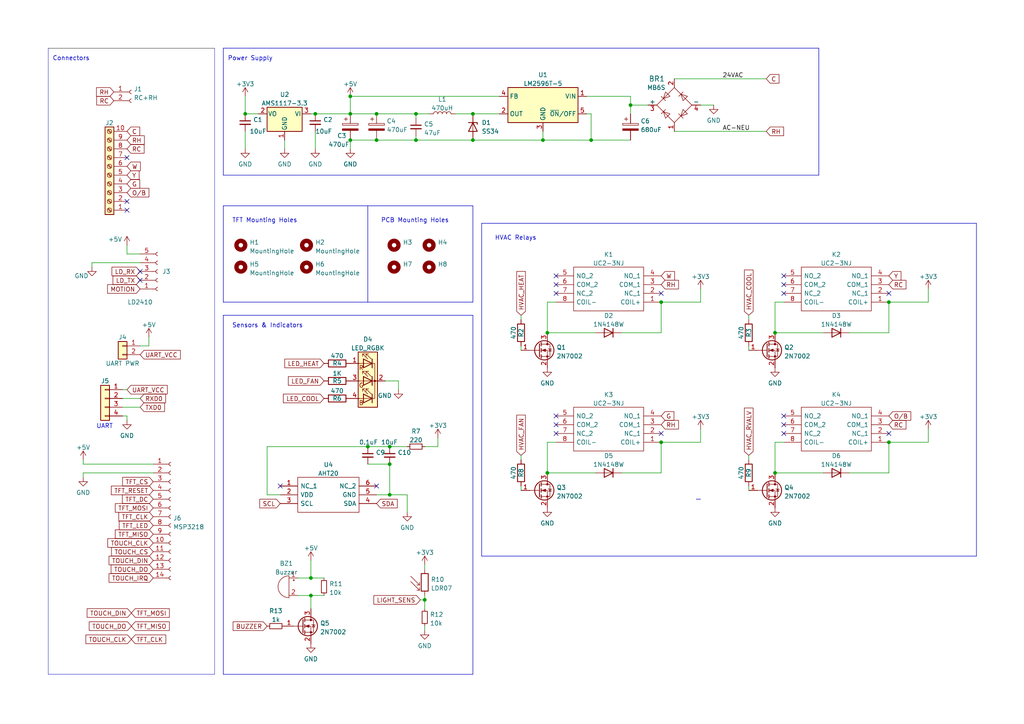
<source format=kicad_sch>
(kicad_sch (version 20211123) (generator eeschema)
  (paper "A4")
  (title_block (title "Smart Thermostat") (date "2023-07-05") (rev "0.5.2") (company "Steve Meisner") (comment 1 "steve@meisners.net") (comment 2 "(C) 2023 Steven Meisner "))
  (junction (at 113.03 129.54))
  (junction (at 330.2 82.55))
  (junction (at 191.77 87.63))
  (junction (at 182.88 30.48))
  (junction (at 113.03 143.51))
  (junction (at 90.17 167.64))
  (junction (at 336.55 82.55))
  (junction (at 101.6 40.64))
  (junction (at 257.81 87.63))
  (junction (at 318.77 99.06))
  (junction (at 137.16 40.64))
  (junction (at 157.48 40.64))
  (junction (at 171.45 40.64))
  (junction (at 90.17 172.72))
  (junction (at 123.19 173.99))
  (junction (at 158.75 96.52))
  (junction (at 109.22 40.64))
  (junction (at 330.2 87.63))
  (junction (at 158.75 137.16))
  (junction (at 224.79 96.52))
  (junction (at 109.22 33.02))
  (junction (at 101.6 27.94))
  (junction (at 120.65 33.02))
  (junction (at 120.65 40.64))
  (junction (at 113.03 134.62))
  (junction (at 224.79 137.16))
  (junction (at 257.81 128.27))
  (junction (at 101.6 33.02))
  (junction (at 191.77 128.27))
  (junction (at 71.12 33.02))
  (junction (at 106.68 129.54))
  (junction (at 137.16 33.02))
  (junction (at 91.44 33.02))
  (no_connect (at 191.77 125.73))
  (no_connect (at 161.29 120.65))
  (no_connect (at 36.83 58.42))
  (no_connect (at 36.83 60.96))
  (no_connect (at 109.22 140.97))
  (no_connect (at 81.28 140.97))
  (no_connect (at 227.33 80.01))
  (no_connect (at 161.29 82.55))
  (no_connect (at 161.29 125.73))
  (no_connect (at 227.33 123.19))
  (no_connect (at 191.77 85.09))
  (no_connect (at 161.29 85.09))
  (no_connect (at 227.33 125.73))
  (no_connect (at 161.29 80.01))
  (no_connect (at 227.33 120.65))
  (no_connect (at 257.81 125.73))
  (no_connect (at 227.33 85.09))
  (no_connect (at 227.33 82.55))
  (no_connect (at 161.29 123.19))
  (no_connect (at 257.81 85.09))
  (no_connect (at 40.64 78.74))
  (no_connect (at 40.64 81.28))
  (no_connect (at 36.83 45.72))
  (wire (pts (xy 90.17 33.02) (xy 91.44 33.02)))
  (wire (pts (xy 161.29 87.63) (xy 158.75 87.63)))
  (wire (pts (xy 330.2 82.55) (xy 336.55 82.55)))
  (wire (pts (xy 101.6 33.02) (xy 101.6 27.94)))
  (wire (pts (xy 203.2 30.48) (xy 207.01 30.48)))
  (wire (pts (xy 74.93 33.02) (xy 71.12 33.02)))
  (wire (pts (xy 191.77 96.52) (xy 180.34 96.52)))
  (wire (pts (xy 269.24 87.63) (xy 257.81 87.63)))
  (wire (pts (xy 123.19 129.54) (xy 127 129.54)))
  (wire (pts (xy 224.79 128.27) (xy 224.79 137.16)))
  (wire (pts (xy 90.17 167.64) (xy 93.98 167.64)))
  (wire (pts (xy 151.13 132.08) (xy 151.13 133.35)))
  (polyline (pts (xy 237.49 13.97) (xy 237.49 50.8)) (stroke (width 0) (type solid)))
  (wire (pts (xy 106.68 134.62) (xy 113.03 134.62)))
  (wire (pts (xy 26.67 77.47) (xy 26.67 76.2)))
  (wire (pts (xy 90.17 172.72) (xy 90.17 176.53)))
  (wire (pts (xy 101.6 40.64) (xy 101.6 43.18)))
  (wire (pts (xy 157.48 40.64) (xy 171.45 40.64)))
  (polyline (pts (xy 64.77 87.63) (xy 137.16 87.63)) (stroke (width 0) (type solid)))
  (wire (pts (xy 318.77 82.55) (xy 330.2 82.55)))
  (wire (pts (xy 109.22 40.64) (xy 120.65 40.64)))
  (polyline (pts (xy 64.77 13.97) (xy 64.77 50.8)) (stroke (width 0) (type solid)))
  (wire (pts (xy 113.03 134.62) (xy 113.03 143.51)))
  (wire (pts (xy 24.13 133.35) (xy 24.13 134.62)))
  (wire (pts (xy 71.12 38.1) (xy 71.12 43.18)))
  (wire (pts (xy 113.03 129.54) (xy 118.11 129.54)))
  (wire (pts (xy 269.24 124.46) (xy 269.24 128.27)))
  (wire (pts (xy 171.45 40.64) (xy 182.88 40.64)))
  (wire (pts (xy 24.13 137.16) (xy 44.45 137.16)))
  (wire (pts (xy 330.2 99.06) (xy 318.77 99.06)))
  (wire (pts (xy 203.2 87.63) (xy 191.77 87.63)))
  (wire (pts (xy 172.72 96.52) (xy 158.75 96.52)))
  (wire (pts (xy 35.56 115.57) (xy 40.64 115.57)))
  (wire (pts (xy 330.2 87.63) (xy 336.55 87.63)))
  (wire (pts (xy 336.55 82.55) (xy 341.63 82.55)))
  (wire (pts (xy 123.19 172.72) (xy 123.19 173.99)))
  (wire (pts (xy 36.83 120.65) (xy 36.83 121.92)))
  (wire (pts (xy 24.13 138.43) (xy 24.13 137.16)))
  (wire (pts (xy 195.58 22.86) (xy 222.25 22.86)))
  (wire (pts (xy 269.24 128.27) (xy 257.81 128.27)))
  (wire (pts (xy 172.72 137.16) (xy 158.75 137.16)))
  (wire (pts (xy 77.47 143.51) (xy 81.28 143.51)))
  (wire (pts (xy 170.18 33.02) (xy 171.45 33.02)))
  (wire (pts (xy 257.81 96.52) (xy 246.38 96.52)))
  (polyline (pts (xy 237.49 50.8) (xy 64.77 50.8)) (stroke (width 0) (type solid)))
  (wire (pts (xy 120.65 33.02) (xy 120.65 34.29)))
  (wire (pts (xy 238.76 137.16) (xy 224.79 137.16)))
  (wire (pts (xy 269.24 83.82) (xy 269.24 87.63)))
  (wire (pts (xy 171.45 33.02) (xy 171.45 40.64)))
  (wire (pts (xy 101.6 27.94) (xy 144.78 27.94)))
  (wire (pts (xy 86.36 172.72) (xy 90.17 172.72)))
  (wire (pts (xy 227.33 87.63) (xy 224.79 87.63)))
  (polyline (pts (xy 64.77 195.58) (xy 137.16 195.58)) (stroke (width 0) (type solid)))
  (polyline (pts (xy 218.44 64.77) (xy 283.21 64.77)) (stroke (width 0) (type solid)))
  (wire (pts (xy 346.71 82.55) (xy 350.52 82.55)))
  (wire (pts (xy 158.75 87.63) (xy 158.75 96.52)))
  (polyline (pts (xy 13.97 13.97) (xy 13.97 195.58)) (stroke (width 0.1) (type solid)))
  (wire (pts (xy 182.88 30.48) (xy 182.88 33.02)))
  (wire (pts (xy 203.2 124.46) (xy 203.2 128.27)))
  (wire (pts (xy 90.17 167.64) (xy 86.36 167.64)))
  (polyline (pts (xy 64.77 13.97) (xy 237.49 13.97)) (stroke (width 0) (type solid)))
  (wire (pts (xy 111.76 110.49) (xy 115.57 110.49)))
  (wire (pts (xy 43.18 100.33) (xy 40.64 100.33)))
  (wire (pts (xy 120.65 40.64) (xy 137.16 40.64)))
  (polyline (pts (xy 139.7 64.77) (xy 218.44 64.77)) (stroke (width 0) (type solid)))
  (wire (pts (xy 191.77 137.16) (xy 180.34 137.16)))
  (wire (pts (xy 91.44 33.02) (xy 101.6 33.02)))
  (wire (pts (xy 137.16 40.64) (xy 157.48 40.64)))
  (wire (pts (xy 35.56 118.11) (xy 40.64 118.11)))
  (wire (pts (xy 35.56 120.65) (xy 36.83 120.65)))
  (wire (pts (xy 203.2 128.27) (xy 191.77 128.27)))
  (wire (pts (xy 203.2 83.82) (xy 203.2 87.63)))
  (wire (pts (xy 191.77 128.27) (xy 191.77 137.16)))
  (wire (pts (xy 217.17 100.33) (xy 217.17 101.6)))
  (wire (pts (xy 151.13 91.44) (xy 151.13 92.71)))
  (wire (pts (xy 35.56 113.03) (xy 36.83 113.03)))
  (wire (pts (xy 158.75 128.27) (xy 158.75 137.16)))
  (wire (pts (xy 217.17 132.08) (xy 217.17 133.35)))
  (polyline (pts (xy 283.21 64.77) (xy 283.21 161.29)) (stroke (width 0) (type solid)))
  (wire (pts (xy 90.17 162.56) (xy 90.17 167.64)))
  (wire (pts (xy 120.65 39.37) (xy 120.65 40.64)))
  (polyline (pts (xy 62.23 195.58) (xy 13.97 195.58)) (stroke (width 0.1) (type solid)))
  (wire (pts (xy 24.13 134.62) (xy 44.45 134.62)))
  (polyline (pts (xy 64.77 91.44) (xy 64.77 195.58)) (stroke (width 0) (type solid)))
  (polyline (pts (xy 64.77 59.69) (xy 64.77 87.63)) (stroke (width 0) (type solid)))
  (wire (pts (xy 257.81 137.16) (xy 246.38 137.16)))
  (wire (pts (xy 91.44 38.1) (xy 91.44 43.18)))
  (wire (pts (xy 26.67 76.2) (xy 40.64 76.2)))
  (wire (pts (xy 43.18 97.79) (xy 43.18 100.33)))
  (wire (pts (xy 90.17 172.72) (xy 93.98 172.72)))
  (polyline (pts (xy 139.7 161.29) (xy 283.21 161.29)) (stroke (width 0) (type solid)))
  (wire (pts (xy 170.18 27.94) (xy 182.88 27.94)))
  (wire (pts (xy 182.88 30.48) (xy 187.96 30.48)))
  (wire (pts (xy 257.81 87.63) (xy 257.81 96.52)))
  (wire (pts (xy 257.81 128.27) (xy 257.81 137.16)))
  (wire (pts (xy 113.03 143.51) (xy 109.22 143.51)))
  (wire (pts (xy 120.65 33.02) (xy 124.46 33.02)))
  (wire (pts (xy 182.88 27.94) (xy 182.88 30.48)))
  (wire (pts (xy 151.13 100.33) (xy 151.13 101.6)))
  (wire (pts (xy 101.6 33.02) (xy 109.22 33.02)))
  (wire (pts (xy 191.77 87.63) (xy 191.77 96.52)))
  (wire (pts (xy 137.16 33.02) (xy 144.78 33.02)))
  (wire (pts (xy 127 129.54) (xy 127 127)))
  (polyline (pts (xy 13.97 13.97) (xy 62.23 13.97)) (stroke (width 0.1) (type solid) (color 0 0 0 1)))
  (wire (pts (xy 157.48 40.64) (xy 157.48 38.1)))
  (wire (pts (xy 82.55 40.64) (xy 82.55 43.18)))
  (wire (pts (xy 115.57 110.49) (xy 115.57 113.03)))
  (polyline (pts (xy 201.93 144.78) (xy 203.2 144.78)))
  (wire (pts (xy 106.68 129.54) (xy 77.47 129.54)))
  (wire (pts (xy 36.83 73.66) (xy 36.83 71.12)))
  (polyline (pts (xy 139.7 161.29) (xy 139.7 64.77)) (stroke (width 0) (type solid)))
  (wire (pts (xy 224.79 87.63) (xy 224.79 96.52)))
  (polyline (pts (xy 62.23 13.97) (xy 62.23 195.58)) (stroke (width 0.1) (type solid)))
  (wire (pts (xy 151.13 140.97) (xy 151.13 142.24)))
  (wire (pts (xy 132.08 33.02) (xy 137.16 33.02)))
  (wire (pts (xy 330.2 87.63) (xy 330.2 99.06)))
  (wire (pts (xy 106.68 129.54) (xy 113.03 129.54)))
  (wire (pts (xy 121.92 173.99) (xy 123.19 173.99)))
  (polyline (pts (xy 106.68 59.69) (xy 106.68 87.63)) (stroke (width 0) (type solid)))
  (wire (pts (xy 238.76 96.52) (xy 224.79 96.52)))
  (wire (pts (xy 40.64 73.66) (xy 36.83 73.66)))
  (wire (pts (xy 217.17 91.44) (xy 217.17 92.71)))
  (polyline (pts (xy 64.77 91.44) (xy 137.16 91.44)) (stroke (width 0) (type solid)))
  (wire (pts (xy 195.58 38.1) (xy 222.25 38.1)))
  (wire (pts (xy 101.6 40.64) (xy 109.22 40.64)))
  (wire (pts (xy 227.33 128.27) (xy 224.79 128.27)))
  (wire (pts (xy 113.03 143.51) (xy 118.11 143.51)))
  (wire (pts (xy 71.12 33.02) (xy 71.12 27.94)))
  (wire (pts (xy 123.19 163.83) (xy 123.19 165.1)))
  (wire (pts (xy 318.77 83.82) (xy 318.77 82.55)))
  (wire (pts (xy 123.19 181.61) (xy 123.19 182.88)))
  (wire (pts (xy 118.11 143.51) (xy 118.11 148.59)))
  (wire (pts (xy 217.17 140.97) (xy 217.17 142.24)))
  (polyline (pts (xy 137.16 195.58) (xy 137.16 91.44)) (stroke (width 0) (type solid)))
  (polyline (pts (xy 64.77 59.69) (xy 137.16 59.69)) (stroke (width 0) (type solid)))
  (wire (pts (xy 77.47 129.54) (xy 77.47 143.51)))
  (wire (pts (xy 109.22 33.02) (xy 120.65 33.02)))
  (polyline (pts (xy 137.16 59.69) (xy 137.16 87.63)) (stroke (width 0) (type solid)))
  (wire (pts (xy 350.52 82.55) (xy 350.52 80.01)))
  (wire (pts (xy 161.29 128.27) (xy 158.75 128.27)))
  (wire (pts (xy 123.19 173.99) (xy 123.19 176.53)))
  (text "UART" (at 27.94 124.46 0) (effects (font (size 1.27 1.27)) (justify left bottom)))
  (text "Connectors" (at 15.24 17.78 0) (effects (font (size 1.27 1.27)) (justify left bottom)))
  (text "Sensors & Indicators" (at 67.31 95.25 0) (effects (font (size 1.27 1.27)) (justify left bottom)))
  (text "HVAC Relays" (at 143.51 69.85 0) (effects (font (size 1.27 1.27)) (justify left bottom)))
  (text "TFT Mounting Holes" (at 67.31 64.77 0) (effects (font (size 1.27 1.27)) (justify left bottom)))
  (text "PCB Mounting Holes" (at 110.49 64.77 0) (effects (font (size 1.27 1.27)) (justify left bottom)))
  (text "Power Supply" (at 66.04 17.78 0) (effects (font (size 1.27 1.27)) (justify left bottom)))
  (label "24VAC" (at 209.55 22.86 0))
  (label "AC-NEU" (at 209.55 38.1 0))
  (global_label "TOUCH_DO" (shape input) (at 44.45 165.1 180) (property "Intersheet References" "${INTERSHEET_REFS}" (effects hide)))
  (global_label "TFT_DC" (shape input) (at 44.45 144.78 180) (property "Intersheet References" "${INTERSHEET_REFS}" (effects hide)))
  (global_label "TFT_CLK" (shape input) (at 44.45 149.86 180) (property "Intersheet References" "${INTERSHEET_REFS}" (effects hide)))
  (global_label "RH" (shape input) (at 191.77 123.19 0) (property "Intersheet References" "${INTERSHEET_REFS}" (effects hide)))
  (global_label "TFT_MOSI" (shape input) (at 44.45 147.32 180) (property "Intersheet References" "${INTERSHEET_REFS}" (effects hide)))
  (global_label "C" (shape input) (at 36.83 38.1 0) (property "Intersheet References" "${INTERSHEET_REFS}" (effects hide)))
  (global_label "TFT_MISO" (shape input) (at 44.45 154.94 180) (property "Intersheet References" "${INTERSHEET_REFS}" (effects hide)))
  (global_label "SCL" (shape input) (at 81.28 146.05 180) (property "Intersheet References" "${INTERSHEET_REFS}" (effects hide)))
  (global_label "TFT_CS" (shape input) (at 44.45 139.7 180) (property "Intersheet References" "${INTERSHEET_REFS}" (effects hide)))
  (global_label "RC" (shape input) (at 257.81 82.55 0) (property "Intersheet References" "${INTERSHEET_REFS}" (effects hide)))
  (global_label "W" (shape input) (at 36.83 48.26 0) (property "Intersheet References" "${INTERSHEET_REFS}" (effects hide)))
  (global_label "W" (shape input) (at 191.77 80.01 0) (property "Intersheet References" "${INTERSHEET_REFS}" (effects hide)))
  (global_label "TXD0" (shape input) (at 40.64 118.11 0) (property "Intersheet References" "${INTERSHEET_REFS}" (effects hide)))
  (global_label "LD_TX" (shape input) (at 40.64 81.28 180) (property "Intersheet References" "${INTERSHEET_REFS}" (effects hide)))
  (global_label "TFT_MOSI" (shape input) (at 38.1 177.8 0) (property "Intersheet References" "${INTERSHEET_REFS}" (effects hide)))
  (global_label "TFT_CLK" (shape input) (at 38.1 185.42 0) (property "Intersheet References" "${INTERSHEET_REFS}" (effects hide)))
  (global_label "RC" (shape input) (at 257.81 123.19 0) (property "Intersheet References" "${INTERSHEET_REFS}" (effects hide)))
  (global_label "TFT_RESET" (shape input) (at 44.45 142.24 180) (property "Intersheet References" "${INTERSHEET_REFS}" (effects hide)))
  (global_label "LIGHT_SENS" (shape input) (at 121.92 173.99 180) (property "Intersheet References" "${INTERSHEET_REFS}" (effects hide)))
  (global_label "RH" (shape input) (at 222.25 38.1 0) (property "Intersheet References" "${INTERSHEET_REFS}" (effects hide)))
  (global_label "HVAC_RVALV" (shape input) (at 217.17 132.08 90) (property "Intersheet References" "${INTERSHEET_REFS}" (effects hide)))
  (global_label "LD_RX" (shape input) (at 40.64 78.74 180) (property "Intersheet References" "${INTERSHEET_REFS}" (effects hide)))
  (global_label "LED_HEAT" (shape input) (at 93.98 105.41 180) (property "Intersheet References" "${INTERSHEET_REFS}" (effects hide)))
  (global_label "Y" (shape input) (at 36.83 50.8 0) (property "Intersheet References" "${INTERSHEET_REFS}" (effects hide)))
  (global_label "RC" (shape input) (at 36.83 43.18 0) (property "Intersheet References" "${INTERSHEET_REFS}" (effects hide)))
  (global_label "SDA" (shape input) (at 109.22 146.05 0) (property "Intersheet References" "${INTERSHEET_REFS}" (effects hide)))
  (global_label "RC" (shape input) (at 33.02 29.21 180) (property "Intersheet References" "${INTERSHEET_REFS}" (effects hide)))
  (global_label "SDA" (shape input) (at 308.61 93.98 180) (property "Intersheet References" "${INTERSHEET_REFS}" (effects hide)))
  (global_label "O{slash}B" (shape input) (at 257.81 120.65 0) (property "Intersheet References" "${INTERSHEET_REFS}" (effects hide)))
  (global_label "MOTION" (shape input) (at 40.64 83.82 180) (property "Intersheet References" "${INTERSHEET_REFS}" (effects hide)))
  (global_label "TOUCH_DIN" (shape input) (at 44.45 162.56 180) (property "Intersheet References" "${INTERSHEET_REFS}" (effects hide)))
  (global_label "TFT_LED" (shape input) (at 44.45 152.4 180) (property "Intersheet References" "${INTERSHEET_REFS}" (effects hide)))
  (global_label "HVAC_HEAT" (shape input) (at 151.13 91.44 90) (property "Intersheet References" "${INTERSHEET_REFS}" (effects hide)))
  (global_label "C" (shape input) (at 222.25 22.86 0) (property "Intersheet References" "${INTERSHEET_REFS}" (effects hide)))
  (global_label "TOUCH_CLK" (shape input) (at 38.1 185.42 180) (property "Intersheet References" "${INTERSHEET_REFS}" (effects hide)))
  (global_label "G" (shape input) (at 191.77 120.65 0) (property "Intersheet References" "${INTERSHEET_REFS}" (effects hide)))
  (global_label "TOUCH_CLK" (shape input) (at 44.45 157.48 180) (property "Intersheet References" "${INTERSHEET_REFS}" (effects hide)))
  (global_label "G" (shape input) (at 36.83 53.34 0) (property "Intersheet References" "${INTERSHEET_REFS}" (effects hide)))
  (global_label "TOUCH_DO" (shape input) (at 38.1 181.61 180) (property "Intersheet References" "${INTERSHEET_REFS}" (effects hide)))
  (global_label "LED_FAN" (shape input) (at 93.98 110.49 180) (property "Intersheet References" "${INTERSHEET_REFS}" (effects hide)))
  (global_label "BUZZER" (shape input) (at 77.47 181.61 180) (property "Intersheet References" "${INTERSHEET_REFS}" (effects hide)))
  (global_label "TOUCH_DIN" (shape input) (at 38.1 177.8 180) (property "Intersheet References" "${INTERSHEET_REFS}" (effects hide)))
  (global_label "TOUCH_IRQ" (shape input) (at 44.45 167.64 180) (property "Intersheet References" "${INTERSHEET_REFS}" (effects hide)))
  (global_label "TOUCH_CS" (shape input) (at 44.45 160.02 180) (property "Intersheet References" "${INTERSHEET_REFS}" (effects hide)))
  (global_label "SCL" (shape input) (at 308.61 88.9 180) (property "Intersheet References" "${INTERSHEET_REFS}" (effects hide)))
  (global_label "RH" (shape input) (at 191.77 82.55 0) (property "Intersheet References" "${INTERSHEET_REFS}" (effects hide)))
  (global_label "HVAC_FAN" (shape input) (at 151.13 132.08 90) (property "Intersheet References" "${INTERSHEET_REFS}" (effects hide)))
  (global_label "UART_VCC" (shape input) (at 40.64 102.87 0) (property "Intersheet References" "${INTERSHEET_REFS}" (effects hide)))
  (global_label "RH" (shape input) (at 33.02 26.67 180) (property "Intersheet References" "${INTERSHEET_REFS}" (effects hide)))
  (global_label "Y" (shape input) (at 257.81 80.01 0) (property "Intersheet References" "${INTERSHEET_REFS}" (effects hide)))
  (global_label "RXD0" (shape input) (at 40.64 115.57 0) (property "Intersheet References" "${INTERSHEET_REFS}" (effects hide)))
  (global_label "RH" (shape input) (at 36.83 40.64 0) (property "Intersheet References" "${INTERSHEET_REFS}" (effects hide)))
  (global_label "UART_VCC" (shape input) (at 36.83 113.03 0) (property "Intersheet References" "${INTERSHEET_REFS}" (effects hide)))
  (global_label "TFT_MISO" (shape input) (at 38.1 181.61 0) (property "Intersheet References" "${INTERSHEET_REFS}" (effects hide)))
  (global_label "O{slash}B" (shape input) (at 36.83 55.88 0) (property "Intersheet References" "${INTERSHEET_REFS}" (effects hide)))
  (global_label "HVAC_COOL" (shape input) (at 217.17 91.44 90) (property "Intersheet References" "${INTERSHEET_REFS}" (effects hide)))
  (global_label "LED_COOL" (shape input) (at 93.98 115.57 180) (property "Intersheet References" "${INTERSHEET_REFS}" (effects hide)))
  (symbol (lib_id "power:GND") (at 118.11 148.59 0) (unit 1)
    (property "Reference" "#PWR026" (effects hide))
    (property "Value" "GND" (at 118.11 153.0334 0))
  )
  (symbol (lib_id "power:+5V") (at 36.83 71.12 0) (unit 1)
    (property "Reference" "#PWR08" (effects hide))
    (property "Value" "+5V" (at 35.433 69.4162 0) (effects (justify right)))
  )
  (symbol (lib_id "Device:L") (at 128.27 33.02 90) (unit 1)
    (property "Reference" "L1" (at 128.27 28.8122 90))
    (property "Value" "470uH" (at 128.27 31.3491 90))
    (property "Footprint" "Custom Footprints:IND_CDRH127_LDNP-470MC_SUM" (effects hide))
    (property "LCSC" "C2453850" (effects hide))
  )
  (symbol (lib_id "Diode_Bridge:MB6S") (at 195.58 30.48 0) (mirror y) (unit 1)
    (property "Reference" "BR1" (at 190.5 22.86 0) (effects (font (size 1.524 1.524))))
    (property "Value" "MB6S" (at 193.04 25.4 0) (effects (justify left)))
    (property "Footprint" "Diode_SMD:Diode_Bridge_Diotec_ABS" (effects hide))
    (property "Datasheet" "https://www.smc-diodes.com/propdf/ABS22%20THRU%20ABS210%20N1924%20REV.A.pdf" (effects hide))
    (property "LCSC" "C432636" (effects hide))
  )
  (symbol (lib_id "Transistor_FET:2N7002") (at 156.21 142.24 0) (unit 1)
    (property "Reference" "Q3" (at 161.417 141.4053 0) (effects (justify left)))
    (property "Value" "2N7002" (at 161.417 143.9422 0) (effects (justify left)))
    (property "Footprint" "Package_TO_SOT_SMD:SOT-23" (effects hide))
    (property "Datasheet" "https://www.onsemi.com/pub/Collateral/NDS7002A-D.PDF" (effects hide))
    (property "LCSC" "C8545" (effects hide))
  )
  (symbol (lib_id "Device:R_Small") (at 93.98 170.18 180) (unit 1)
    (property "Reference" "R11" (at 95.4786 169.3453 0) (effects (justify right)))
    (property "Value" "10k" (at 95.4786 171.8822 0) (effects (justify right)))
    (property "Footprint" "Resistor_SMD:R_0603_1608Metric" (effects hide))
    (property "LCSC" "C25804" (effects hide))
  )
  (symbol (lib_id "Device:R") (at 97.79 115.57 90) (unit 1)
    (property "Reference" "R6" (at 97.79 115.57 90))
    (property "Value" "470" (at 97.79 113.3911 90))
    (property "Footprint" "Resistor_SMD:R_0603_1608Metric" (effects hide))
    (property "LCSC" "C23179" (effects hide))
  )
  (symbol (lib_id "Device:C_Polarized") (at 101.6 36.83 0) (unit 1)
    (property "Reference" "C3" (at 97.79 39.37 0) (effects (justify left)))
    (property "Value" "470uF" (at 95.25 41.91 0) (effects (justify left)))
    (property "Footprint" "Capacitor_SMD:CP_Elec_10x10" (effects hide))
    (property "LCSC" "C340751" (effects hide))
    (property "Part Number" "UCW1E471MNL1GS" (effects hide))
  )
  (symbol (lib_id "Connector:Conn_01x05_Female") (at 45.72 78.74 0) (mirror x) (unit 1)
    (property "Reference" "J3" (at 48.26 78.74 0))
    (property "Value" "LD2410" (at 40.64 87.63 0))
    (property "Footprint" "Connector_PinSocket_1.27mm:PinSocket_1x05_P1.27mm_Vertical_SMD_Pin1Right" (effects hide))
    (property "LCSC" "C2881514" (effects hide))
  )
  (symbol (lib_id "power:+3V3") (at 350.52 80.01 0) (unit 1)
    (property "Reference" "#PWR010" (effects hide))
    (property "Value" "+3V3" (at 350.52 76.4342 0))
  )
  (symbol (lib_id "Custom Parts:UC2-3NJ") (at 191.77 128.27 180) (unit 1) (in_bom no)
    (property "Reference" "K3" (at 176.53 114.461 0))
    (property "Value" "UC2-3NJ" (at 176.53 116.9979 0))
    (property "Footprint" "Custom Footprints:UC23NJ" (effects hide))
    (property "Datasheet" "https://content.kemet.com/datasheets/KEM_R7005_UC2_UD2.pdf" (effects hide))
    (property "Description" "KEMET, UC2, Relays, Signal, 3 V, 220 V, 250 VAC, 1 A, 100 mOhms, 1 GOhms, 10.6mm, 6.5mm, 5.3mm" (effects hide))
    (property "Height" "5.3" (effects hide))
    (property "Mouser Part Number" "551-UC2-3NJ" (effects hide))
    (property "Mouser Price/Stock" "https://www.mouser.co.uk/ProductDetail/KEMET/UC2-3NJ?qs=rjnFDYRVT0pG6uPYp31kIg%3D%3D" (effects hide))
    (property "Manufacturer_Name" "KEMET" (effects hide))
    (property "Manufacturer_Part_Number" "UC2-3NJ" (effects hide))
  )
  (symbol (lib_id "Device:C_Polarized") (at 109.22 36.83 0) (unit 1)
    (property "Reference" "C4" (at 112.141 35.1063 0) (effects (justify left)))
    (property "Value" "470uF" (at 112.141 37.6432 0) (effects (justify left)))
    (property "Footprint" "Capacitor_SMD:CP_Elec_10x10" (effects hide))
    (property "LCSC" "C340751" (effects hide))
    (property "Part Number" "UCW1E471MNL1GS" (effects hide))
  )
  (symbol (lib_id "power:GND") (at 158.75 106.68 0) (unit 1)
    (property "Reference" "#PWR015" (effects hide))
    (property "Value" "GND" (at 158.75 111.1234 0))
  )
  (symbol (lib_id "Device:R") (at 97.79 105.41 90) (unit 1)
    (property "Reference" "R4" (at 97.79 105.41 90))
    (property "Value" "470" (at 97.79 103.2311 90))
    (property "Footprint" "Resistor_SMD:R_0603_1608Metric" (effects hide))
    (property "LCSC" "C23179" (effects hide))
  )
  (symbol (lib_name "+3V3_2") (lib_id "power:+3V3") (at 269.24 124.46 0) (unit 1)
    (property "Reference" "#PWR020" (effects hide))
    (property "Value" "+3V3" (at 269.24 120.8842 0))
  )
  (symbol (lib_id "power:GND") (at 158.75 147.32 0) (unit 1)
    (property "Reference" "#PWR024" (effects hide))
    (property "Value" "GND" (at 158.75 151.7634 0))
  )
  (symbol (lib_id "Diode:1N4148W") (at 176.53 96.52 180) (unit 1)
    (property "Reference" "D2" (at 176.53 91.5502 0))
    (property "Value" "1N4148W" (at 176.53 94.0871 0))
    (property "Footprint" "Diode_SMD:D_SOD-123" (effects hide))
    (property "Datasheet" "https://www.vishay.com/docs/85748/1n4148w.pdf" (effects hide))
    (property "LCSC" "C81598" (effects hide))
  )
  (symbol (lib_name "+3V3_2") (lib_id "power:+3V3") (at 269.24 83.82 0) (unit 1)
    (property "Reference" "#PWR012" (effects hide))
    (property "Value" "+3V3" (at 269.24 80.2442 0))
  )
  (symbol (lib_id "power:+5V") (at 43.18 97.79 0) (unit 1)
    (property "Reference" "#PWR?" (effects hide))
    (property "Value" "+5V" (at 43.18 94.2142 0))
  )
  (symbol (lib_id "Device:R") (at 151.13 96.52 180) (unit 1)
    (property "Reference" "R2" (at 151.13 96.52 90))
    (property "Value" "470" (at 148.9511 96.52 90))
    (property "Footprint" "Resistor_SMD:R_0603_1608Metric" (effects hide))
    (property "LCSC" "C23179" (effects hide))
  )
  (symbol (lib_id "Device:R") (at 97.79 110.49 90) (unit 1)
    (property "Reference" "R5" (at 97.79 110.49 90))
    (property "Value" "1K" (at 97.79 108.3111 90))
    (property "Footprint" "Resistor_SMD:R_0603_1608Metric" (effects hide))
    (property "LCSC" "C21190" (effects hide))
  )
  (symbol (lib_id "Custom Symbols:AHT20") (at 81.28 140.97 0) (unit 1)
    (property "Reference" "U4" (at 95.25 134.781 0))
    (property "Value" "AHT20" (at 95.25 137.3179 0))
    (property "Footprint" "AHT20" (effects hide))
    (property "Datasheet" "http://www.aosong.com/userfiles/files/media/Data%20Sheet%20AHT20.pdf" (effects hide))
    (property "Description" "Integrated temperature and humidity Sensor DC : 2.2 - 5.5V, 0 ~{} 100% RH, -40 ~{} + 85 ." (effects hide))
    (property "Height" "1.1" (effects hide))
    (property "Manufacturer_Name" "Aosong" (effects hide))
    (property "Manufacturer_Part_Number" "AHT20" (effects hide))
  )
  (symbol (lib_id "power:GND") (at 36.83 121.92 0) (unit 1)
    (property "Reference" "#PWR018" (effects hide))
    (property "Value" "GND" (at 36.83 126.3634 0))
  )
  (symbol (lib_id "power:+3V3") (at 123.19 163.83 0) (unit 1)
    (property "Reference" "#PWR028" (effects hide))
    (property "Value" "+3V3" (at 123.19 160.2542 0))
  )
  (symbol (lib_id "Device:R") (at 217.17 137.16 180) (unit 1)
    (property "Reference" "R9" (at 217.17 137.16 90))
    (property "Value" "470" (at 214.9911 137.16 90))
    (property "Footprint" "Resistor_SMD:R_0603_1608Metric" (effects hide))
    (property "LCSC" "C23179" (effects hide))
  )
  (symbol (lib_id "Connector:Conn_01x14_Female") (at 49.53 149.86 0) (unit 1) (in_bom no)
    (property "Reference" "J6" (at 50.2412 150.2953 0) (effects (justify left)))
    (property "Value" "MSP3218" (at 50.2412 152.8322 0) (effects (justify left)))
    (property "Footprint" "Connector_PinSocket_2.54mm:PinSocket_1x14_P2.54mm_Vertical" (effects hide))
  )
  (symbol (lib_id "power:GND") (at 82.55 43.18 0) (unit 1)
    (property "Reference" "#PWR05" (effects hide))
    (property "Value" "GND" (at 82.55 47.6234 0))
  )
  (symbol (lib_id "Device:C_Small") (at 330.2 85.09 0) (unit 1) (in_bom no) (on_board no)
    (property "Reference" "C7" (at 332.5241 84.2616 0) (effects (justify left)))
    (property "Value" "0.1uF" (at 327.66 81.28 0) (effects (justify left)))
    (property "Footprint" "Capacitor_SMD:C_0603_1608Metric" (effects hide))
    (property "LCSC" "C14663" (effects hide))
  )
  (symbol (lib_id "power:+5V") (at 24.13 133.35 0) (unit 1)
    (property "Reference" "#PWR022" (effects hide))
    (property "Value" "+5V" (at 24.13 129.7742 0))
  )
  (symbol (lib_id "Transistor_FET:2N7002") (at 222.25 142.24 0) (unit 1)
    (property "Reference" "Q4" (at 227.457 141.4053 0) (effects (justify left)))
    (property "Value" "2N7002" (at 227.457 143.9422 0) (effects (justify left)))
    (property "Footprint" "Package_TO_SOT_SMD:SOT-23" (effects hide))
    (property "Datasheet" "https://www.onsemi.com/pub/Collateral/NDS7002A-D.PDF" (effects hide))
    (property "LCSC" "C8545" (effects hide))
  )
  (symbol (lib_id "Device:C_Small") (at 71.12 35.56 0) (unit 1)
    (property "Reference" "C1" (at 73.4441 34.7316 0) (effects (justify left)))
    (property "Value" "10uF" (at 72.39 38.1 0) (effects (justify left)))
    (property "Footprint" "Capacitor_SMD:C_0603_1608Metric" (effects hide))
    (property "LCSC" "C96446" (effects hide))
  )
  (symbol (lib_id "power:GND") (at 115.57 113.03 0) (mirror y) (unit 1)
    (property "Reference" "#PWR017" (effects hide))
    (property "Value" "GND" (at 113.665 114.7338 0) (effects (justify left)))
  )
  (symbol (lib_id "power:+5V") (at 90.17 162.56 0) (unit 1)
    (property "Reference" "#PWR027" (effects hide))
    (property "Value" "+5V" (at 90.17 158.9842 0))
  )
  (symbol (lib_id "Device:R") (at 217.17 96.52 180) (unit 1)
    (property "Reference" "R3" (at 217.17 96.52 90))
    (property "Value" "470" (at 214.9911 96.52 90))
    (property "Footprint" "Resistor_SMD:R_0603_1608Metric" (effects hide))
    (property "LCSC" "C23179" (effects hide))
  )
  (symbol (lib_id "Device:R_Small") (at 344.17 82.55 90) (unit 1) (in_bom no) (on_board no)
    (property "Reference" "R1" (at 344.17 78.1136 90))
    (property "Value" "220" (at 344.17 80.6505 90))
    (property "Footprint" "Resistor_SMD:R_0603_1608Metric" (effects hide))
    (property "LCSC" "C22962" (effects hide))
  )
  (symbol (lib_id "power:GND") (at 26.67 77.47 0) (unit 1)
    (property "Reference" "#PWR09" (effects hide))
    (property "Value" "GND" (at 21.59 80.01 0) (effects (justify left)))
  )
  (symbol (lib_id "Device:LED_RGBK") (at 106.68 110.49 0) (mirror y) (unit 1) (in_bom no)
    (property "Reference" "D4" (at 106.68 98.4082 0))
    (property "Value" "LED_RGBK" (at 106.68 100.9451 0))
    (property "Footprint" "LED_THT:LED_D5.0mm-4_RGB" (effects hide))
  )
  (symbol (lib_id "Transistor_FET:2N7002") (at 87.63 181.61 0) (unit 1)
    (property "Reference" "Q5" (at 92.837 180.7753 0) (effects (justify left)))
    (property "Value" "2N7002" (at 92.837 183.3122 0) (effects (justify left)))
    (property "Footprint" "Package_TO_SOT_SMD:SOT-23" (effects hide))
    (property "Datasheet" "https://www.onsemi.com/pub/Collateral/NDS7002A-D.PDF" (effects hide))
    (property "LCSC" "C8545" (effects hide))
  )
  (symbol (lib_id "Connector_Generic:Conn_01x02") (at 35.56 100.33 0) (mirror y) (unit 1) (in_bom no)
    (property "Reference" "J4" (at 35.56 97.79 0))
    (property "Value" "UART PWR" (at 35.56 105.41 0))
    (property "Footprint" "Connector_PinHeader_2.54mm:PinHeader_1x02_P2.54mm_Vertical" (effects hide))
  )
  (symbol (lib_id "Device:R_Small") (at 120.65 129.54 90) (unit 1)
    (property "Reference" "R7" (at 120.65 125.1036 90))
    (property "Value" "220" (at 120.65 127.6405 90))
    (property "Footprint" "Resistor_SMD:R_0603_1608Metric" (effects hide))
    (property "LCSC" "C22962" (effects hide))
  )
  (symbol (lib_id "Diode:1N47xxA") (at 137.16 36.83 270) (unit 1)
    (property "Reference" "D1" (at 139.7 35.56 90) (effects (justify left)))
    (property "Value" "SS34" (at 139.7 38.1 90) (effects (justify left)))
    (property "Footprint" "Diode_SMD:D_SMA" (effects hide))
    (property "Datasheet" "https://www.vishay.com/docs/88751/ss32.pdf" (effects hide))
    (property "LCSC" "C8678" (effects hide))
  )
  (symbol (lib_id "Device:R_Small") (at 80.01 181.61 90) (unit 1)
    (property "Reference" "R13" (at 80.01 177.1736 90))
    (property "Value" "1k" (at 80.01 179.7105 90))
    (property "Footprint" "Resistor_SMD:R_0603_1608Metric" (effects hide))
    (property "LCSC" "C21190" (effects hide))
    (property "Old LCSC" "C4410" (effects hide))
  )
  (symbol (lib_id "power:GND") (at 123.19 182.88 0) (unit 1)
    (property "Reference" "#PWR029" (effects hide))
    (property "Value" "GND" (at 123.19 187.3234 0))
  )
  (symbol (lib_id "Device:C_Small") (at 120.65 36.83 0) (unit 1)
    (property "Reference" "C5" (at 122.9741 36.0016 0) (effects (justify left)))
    (property "Value" "47uF" (at 122.9741 38.5385 0) (effects (justify left)))
    (property "Footprint" "Capacitor_SMD:CP_Elec_6.3x7.7" (effects hide))
    (property "LCSC" "C2164444" (effects hide))
    (property "Part Number" "16THV47M6.3X8" (effects hide))
  )
  (symbol (lib_id "Device:R_Small") (at 123.19 179.07 180) (unit 1)
    (property "Reference" "R12" (at 124.6886 178.2353 0) (effects (justify right)))
    (property "Value" "10k" (at 124.6886 180.7722 0) (effects (justify right)))
    (property "Footprint" "Resistor_SMD:R_0603_1608Metric" (effects hide))
    (property "LCSC" "C25804" (effects hide))
  )
  (symbol (lib_name "+3V3_2") (lib_id "power:+3V3") (at 203.2 83.82 0) (unit 1)
    (property "Reference" "#PWR011" (effects hide))
    (property "Value" "+3V3" (at 203.2 80.2442 0))
  )
  (symbol (lib_id "power:GND") (at 91.44 43.18 0) (unit 1)
    (property "Reference" "#PWR06" (effects hide))
    (property "Value" "GND" (at 91.44 47.6234 0))
  )
  (symbol (lib_id "Sensor_Optical:LDR07") (at 123.19 168.91 0) (unit 1) (in_bom no)
    (property "Reference" "R10" (at 124.968 168.0753 0) (effects (justify left)))
    (property "Value" "LDR07" (at 124.968 170.6122 0) (effects (justify left)))
    (property "Footprint" "OptoDevice:R_LDR_5.1x4.3mm_P3.4mm_Vertical" (effects hide))
    (property "Datasheet" "http://www.tme.eu/de/Document/f2e3ad76a925811312d226c31da4cd7e/LDR07.pdf" (effects hide))
  )
  (symbol (lib_id "Transistor_FET:2N7002") (at 156.21 101.6 0) (unit 1)
    (property "Reference" "Q1" (at 161.417 100.7653 0) (effects (justify left)))
    (property "Value" "2N7002" (at 161.417 103.3022 0) (effects (justify left)))
    (property "Footprint" "Package_TO_SOT_SMD:SOT-23" (effects hide))
    (property "Datasheet" "https://www.onsemi.com/pub/Collateral/NDS7002A-D.PDF" (effects hide))
    (property "LCSC" "C8545" (effects hide))
  )
  (symbol (lib_id "Custom Parts:UC2-3NJ") (at 257.81 128.27 180) (unit 1) (in_bom no)
    (property "Reference" "K4" (at 242.57 114.461 0))
    (property "Value" "UC2-3NJ" (at 242.57 116.9979 0))
    (property "Footprint" "Custom Footprints:UC23NJ" (effects hide))
    (property "Datasheet" "https://content.kemet.com/datasheets/KEM_R7005_UC2_UD2.pdf" (effects hide))
    (property "Description" "KEMET, UC2, Relays, Signal, 3 V, 220 V, 250 VAC, 1 A, 100 mOhms, 1 GOhms, 10.6mm, 6.5mm, 5.3mm" (effects hide))
    (property "Height" "5.3" (effects hide))
    (property "Mouser Part Number" "551-UC2-3NJ" (effects hide))
    (property "Mouser Price/Stock" "https://www.mouser.co.uk/ProductDetail/KEMET/UC2-3NJ?qs=rjnFDYRVT0pG6uPYp31kIg%3D%3D" (effects hide))
    (property "Manufacturer_Name" "KEMET" (effects hide))
    (property "Manufacturer_Part_Number" "UC2-3NJ" (effects hide))
  )
  (symbol (lib_name "+3V3_2") (lib_id "power:+3V3") (at 203.2 124.46 0) (unit 1)
    (property "Reference" "#PWR019" (effects hide))
    (property "Value" "+3V3" (at 203.2 120.8842 0))
  )
  (symbol (lib_id "Mechanical:MountingHole") (at 88.9 71.12 0) (unit 1) (in_bom no)
    (property "Reference" "H2" (at 91.44 70.2853 0) (effects (justify left)))
    (property "Value" "MountingHole" (at 91.44 72.8222 0) (effects (justify left)))
    (property "Footprint" "MountingHole:MountingHole_2.7mm_M2.5" (effects hide))
  )
  (symbol (lib_id "Diode:1N4148W") (at 176.53 137.16 180) (unit 1)
    (property "Reference" "D5" (at 176.53 132.1902 0))
    (property "Value" "1N4148W" (at 176.53 134.7271 0))
    (property "Footprint" "Diode_SMD:D_SOD-123" (effects hide))
    (property "Datasheet" "https://www.vishay.com/docs/85748/1n4148w.pdf" (effects hide))
    (property "LCSC" "C81598" (effects hide))
  )
  (symbol (lib_id "Connector:Screw_Terminal_01x10") (at 31.75 50.8 180) (unit 1) (in_bom no)
    (property "Reference" "J2" (at 31.75 35.6672 0))
    (property "Value" "Screw_Terminal_01x10" (effects hide))
    (property "Footprint" "TerminalBlock_Phoenix:TerminalBlock_Phoenix_MPT-0,5-10-2.54_1x10_P2.54mm_Horizontal" (effects hide))
  )
  (symbol (lib_id "Custom Parts:UC2-3NJ") (at 191.77 87.63 180) (unit 1) (in_bom no)
    (property "Reference" "K1" (at 176.53 73.821 0))
    (property "Value" "UC2-3NJ" (at 176.53 76.3579 0))
    (property "Footprint" "Custom Footprints:UC23NJ" (effects hide))
    (property "Datasheet" "https://content.kemet.com/datasheets/KEM_R7005_UC2_UD2.pdf" (effects hide))
    (property "Description" "KEMET, UC2, Relays, Signal, 3 V, 220 V, 250 VAC, 1 A, 100 mOhms, 1 GOhms, 10.6mm, 6.5mm, 5.3mm" (effects hide))
    (property "Height" "5.3" (effects hide))
    (property "Mouser Part Number" "551-UC2-3NJ" (effects hide))
    (property "Mouser Price/Stock" "https://www.mouser.co.uk/ProductDetail/KEMET/UC2-3NJ?qs=rjnFDYRVT0pG6uPYp31kIg%3D%3D" (effects hide))
    (property "Manufacturer_Name" "KEMET" (effects hide))
    (property "Manufacturer_Part_Number" "UC2-3NJ" (effects hide))
  )
  (symbol (lib_id "power:+5V") (at 101.6 27.94 0) (unit 1)
    (property "Reference" "#PWR02" (effects hide))
    (property "Value" "+5V" (at 101.6 24.3642 0))
  )
  (symbol (lib_id "power:GND") (at 318.77 99.06 0) (unit 1)
    (property "Reference" "#PWR014" (effects hide))
    (property "Value" "GND" (at 318.77 103.5034 0))
  )
  (symbol (lib_id "power:GND") (at 24.13 138.43 0) (unit 1)
    (property "Reference" "#PWR023" (effects hide))
    (property "Value" "GND" (at 24.13 142.8734 0))
  )
  (symbol (lib_id "Sensor_Humidity:SHT4x") (at 316.23 91.44 0) (unit 1) (in_bom no) (on_board no)
    (property "Reference" "U3" (at 322.072 90.6053 0) (effects (justify left)))
    (property "Value" "SHT4x" (at 322.072 93.1422 0) (effects (justify left)))
    (property "Footprint" "Sensor_Humidity:Sensirion_DFN-4_1.5x1.5mm_P0.8mm_SHT4x_NoCentralPad" (effects hide))
    (property "Datasheet" "https://sensirion.com/media/documents/33FD6951/624C4357/Datasheet_SHT4x.pdf" (effects hide))
    (property "LCSC" "C2909890" (effects hide))
  )
  (symbol (lib_id "Regulator_Linear:AMS1117-3.3") (at 82.55 33.02 0) (mirror y) (unit 1)
    (property "Reference" "U2" (at 82.55 27.4152 0))
    (property "Value" "AMS1117-3.3" (at 82.55 29.9521 0))
    (property "Footprint" "Package_TO_SOT_SMD:SOT-223-3_TabPin2" (effects hide))
    (property "Datasheet" "http://www.advanced-monolithic.com/pdf/ds1117.pdf" (effects hide))
    (property "LCSC" "C6186" (effects hide))
  )
  (symbol (lib_id "Diode:1N4148W") (at 242.57 96.52 180) (unit 1)
    (property "Reference" "D3" (at 242.57 91.5502 0))
    (property "Value" "1N4148W" (at 242.57 94.0871 0))
    (property "Footprint" "Diode_SMD:D_SOD-123" (effects hide))
    (property "Datasheet" "https://www.vishay.com/docs/85748/1n4148w.pdf" (effects hide))
    (property "LCSC" "C81598" (effects hide))
  )
  (symbol (lib_id "power:GND") (at 71.12 43.18 0) (unit 1)
    (property "Reference" "#PWR04" (effects hide))
    (property "Value" "GND" (at 71.12 47.6234 0))
  )
  (symbol (lib_id "Mechanical:MountingHole") (at 69.85 77.47 0) (unit 1) (in_bom no)
    (property "Reference" "H5" (at 72.39 76.6353 0) (effects (justify left)))
    (property "Value" "MountingHole" (at 72.39 79.1722 0) (effects (justify left)))
    (property "Footprint" "MountingHole:MountingHole_2.7mm_M2.5" (effects hide))
  )
  (symbol (lib_id "Mechanical:MountingHole") (at 88.9 77.47 0) (unit 1) (in_bom no)
    (property "Reference" "H6" (at 91.44 76.6353 0) (effects (justify left)))
    (property "Value" "MountingHole" (at 91.44 79.1722 0) (effects (justify left)))
    (property "Footprint" "MountingHole:MountingHole_2.7mm_M2.5" (effects hide))
  )
  (symbol (lib_id "Regulator_Switching:LM2596T-5") (at 157.48 30.48 0) (mirror y) (unit 1)
    (property "Reference" "U1" (at 157.48 21.7002 0))
    (property "Value" "LM2596T-5" (at 157.48 24.2371 0))
    (property "Footprint" "Package_TO_SOT_SMD:TO-263-5_TabPin3" (effects hide))
    (property "Datasheet" "http://www.ti.com/lit/ds/symlink/lm2596.pdf" (effects hide))
    (property "LCSC" "C41906" (effects hide))
  )
  (symbol (lib_id "Custom Parts:UC2-3NJ") (at 257.81 87.63 180) (unit 1) (in_bom no)
    (property "Reference" "K2" (at 242.57 73.821 0))
    (property "Value" "UC2-3NJ" (at 242.57 76.3579 0))
    (property "Footprint" "Custom Footprints:UC23NJ" (effects hide))
    (property "Datasheet" "https://content.kemet.com/datasheets/KEM_R7005_UC2_UD2.pdf" (effects hide))
    (property "Description" "KEMET, UC2, Relays, Signal, 3 V, 220 V, 250 VAC, 1 A, 100 mOhms, 1 GOhms, 10.6mm, 6.5mm, 5.3mm" (effects hide))
    (property "Height" "5.3" (effects hide))
    (property "Mouser Part Number" "551-UC2-3NJ" (effects hide))
    (property "Mouser Price/Stock" "https://www.mouser.co.uk/ProductDetail/KEMET/UC2-3NJ?qs=rjnFDYRVT0pG6uPYp31kIg%3D%3D" (effects hide))
    (property "Manufacturer_Name" "KEMET" (effects hide))
    (property "Manufacturer_Part_Number" "UC2-3NJ" (effects hide))
  )
  (symbol (lib_id "Diode:1N4148W") (at 242.57 137.16 180) (unit 1)
    (property "Reference" "D6" (at 242.57 132.1902 0))
    (property "Value" "1N4148W" (at 242.57 134.7271 0))
    (property "Footprint" "Diode_SMD:D_SOD-123" (effects hide))
    (property "Datasheet" "https://www.vishay.com/docs/85748/1n4148w.pdf" (effects hide))
    (property "LCSC" "C81598" (effects hide))
  )
  (symbol (lib_id "Mechanical:MountingHole") (at 114.3 71.12 0) (unit 1) (in_bom no)
    (property "Reference" "H3" (at 116.84 70.2853 0) (effects (justify left)))
    (property "Value" "MountingHole" (effects hide))
    (property "Footprint" "MountingHole:MountingHole_2.7mm_M2.5" (effects hide))
  )
  (symbol (lib_id "power:GND") (at 207.01 30.48 0) (unit 1)
    (property "Reference" "#PWR03" (effects hide))
    (property "Value" "GND" (at 207.01 34.9234 0))
  )
  (symbol (lib_id "Device:R") (at 151.13 137.16 180) (unit 1)
    (property "Reference" "R8" (at 151.13 137.16 90))
    (property "Value" "470" (at 148.9511 137.16 90))
    (property "Footprint" "Resistor_SMD:R_0603_1608Metric" (effects hide))
    (property "LCSC" "C23179" (effects hide))
  )
  (symbol (lib_id "Device:C_Small") (at 91.44 35.56 0) (unit 1)
    (property "Reference" "C2" (at 93.7641 34.7316 0) (effects (justify left)))
    (property "Value" "10uF" (at 91.44 38.1 0) (effects (justify left)))
    (property "Footprint" "Capacitor_SMD:C_0603_1608Metric" (effects hide))
    (property "LCSC" "C96446" (effects hide))
  )
  (symbol (lib_id "Device:C_Small") (at 106.68 132.08 0) (unit 1)
    (property "Reference" "C9" (at 109.0041 131.2516 0) (effects (justify left)))
    (property "Value" "0.1uF" (at 104.14 128.27 0) (effects (justify left)))
    (property "Footprint" "Capacitor_SMD:C_0603_1608Metric" (effects hide))
    (property "LCSC" "C14663" (effects hide))
  )
  (symbol (lib_id "Device:Buzzer") (at 83.82 170.18 0) (mirror y) (unit 1) (in_bom no)
    (property "Reference" "BZ1" (at 83.058 163.4322 0))
    (property "Value" "Buzzer" (at 83.058 165.9691 0))
    (property "Footprint" "Buzzer_Beeper:Buzzer_TDK_PS1240P02BT_D12.2mm_H6.5mm" (effects hide))
  )
  (symbol (lib_id "power:GND") (at 101.6 43.18 0) (unit 1)
    (property "Reference" "#PWR07" (effects hide))
    (property "Value" "GND" (at 101.6 47.6234 0))
  )
  (symbol (lib_id "Device:C_Small") (at 113.03 132.08 0) (unit 1)
    (property "Reference" "C10" (at 115.3541 131.2516 0) (effects (justify left)))
    (property "Value" "10uF" (at 110.49 128.27 0) (effects (justify left)))
    (property "Footprint" "Capacitor_SMD:C_0603_1608Metric" (effects hide))
    (property "LCSC" "C96446" (effects hide))
  )
  (symbol (lib_id "Device:C_Polarized") (at 182.88 36.83 0) (unit 1)
    (property "Reference" "C6" (at 185.801 35.1063 0) (effects (justify left)))
    (property "Value" "680uF" (at 185.801 37.6432 0) (effects (justify left)))
    (property "Footprint" "Capacitor_SMD:CP_Elec_16x17.5" (effects hide))
    (property "LCSC" "C401970" (effects hide))
  )
  (symbol (lib_id "Connector_Generic:Conn_01x04") (at 30.48 115.57 0) (mirror y) (unit 1) (in_bom no)
    (property "Reference" "J5" (at 30.48 110.49 0))
    (property "Value" "Conn_01x04" (effects hide))
    (property "Footprint" "Connector_PinHeader_2.54mm:PinHeader_1x04_P2.54mm_Vertical" (effects hide))
  )
  (symbol (lib_name "+3V3_1") (lib_id "power:+3V3") (at 71.12 27.94 0) (unit 1)
    (property "Reference" "#PWR01" (effects hide))
    (property "Value" "+3V3" (at 71.12 24.3642 0))
  )
  (symbol (lib_id "power:GND") (at 224.79 106.68 0) (unit 1)
    (property "Reference" "#PWR016" (effects hide))
    (property "Value" "GND" (at 224.79 111.1234 0))
  )
  (symbol (lib_id "Mechanical:MountingHole") (at 124.46 71.12 0) (unit 1) (in_bom no)
    (property "Reference" "H4" (at 127 70.2853 0) (effects (justify left)))
    (property "Value" "MountingHole" (effects hide))
    (property "Footprint" "MountingHole:MountingHole_2.7mm_M2.5" (effects hide))
  )
  (symbol (lib_id "power:+3V3") (at 127 127 0) (unit 1)
    (property "Reference" "#PWR021" (effects hide))
    (property "Value" "+3V3" (at 127 123.4242 0))
  )
  (symbol (lib_id "Mechanical:MountingHole") (at 114.3 77.47 0) (unit 1) (in_bom no)
    (property "Reference" "H7" (at 116.84 76.6353 0) (effects (justify left)))
    (property "Value" "MountingHole" (effects hide))
    (property "Footprint" "MountingHole:MountingHole_2.7mm_M2.5" (effects hide))
  )
  (symbol (lib_id "Connector:Conn_01x02_Female") (at 38.1 26.67 0) (unit 1) (in_bom no)
    (property "Reference" "J1" (at 38.8112 25.8353 0) (effects (justify left)))
    (property "Value" "RC+RH" (at 38.8112 28.3722 0) (effects (justify left)))
    (property "Footprint" "Connector_PinHeader_2.54mm:PinHeader_1x02_P2.54mm_Vertical" (effects hide))
  )
  (symbol (lib_id "Mechanical:MountingHole") (at 124.46 77.47 0) (unit 1) (in_bom no)
    (property "Reference" "H8" (at 127 76.6353 0) (effects (justify left)))
    (property "Value" "MountingHole" (effects hide))
    (property "Footprint" "MountingHole:MountingHole_2.7mm_M2.5" (effects hide))
  )
  (symbol (lib_id "Mechanical:MountingHole") (at 69.85 71.12 0) (unit 1) (in_bom no)
    (property "Reference" "H1" (at 72.39 70.2853 0) (effects (justify left)))
    (property "Value" "MountingHole" (at 72.39 72.8222 0) (effects (justify left)))
    (property "Footprint" "MountingHole:MountingHole_2.7mm_M2.5" (effects hide))
  )
  (symbol (lib_id "Device:C_Small") (at 336.55 85.09 0) (unit 1) (in_bom no) (on_board no)
    (property "Reference" "C8" (at 338.8741 84.2616 0) (effects (justify left)))
    (property "Value" "10uF" (at 334.01 81.28 0) (effects (justify left)))
    (property "Footprint" "Capacitor_SMD:C_0603_1608Metric" (effects hide))
    (property "LCSC" "C96446" (effects hide))
  )
  (symbol (lib_id "power:GND") (at 224.79 147.32 0) (unit 1)
    (property "Reference" "#PWR025" (effects hide))
    (property "Value" "GND" (at 224.79 151.7634 0))
  )
  (symbol (lib_id "power:GND") (at 90.17 186.69 0) (unit 1)
    (property "Reference" "#PWR030" (effects hide))
    (property "Value" "GND" (at 90.17 191.1334 0))
  )
  (symbol (lib_id "Transistor_FET:2N7002") (at 222.25 101.6 0) (unit 1)
    (property "Reference" "Q2" (at 227.457 100.7653 0) (effects (justify left)))
    (property "Value" "2N7002" (at 227.457 103.3022 0) (effects (justify left)))
    (property "Footprint" "Package_TO_SOT_SMD:SOT-23" (effects hide))
    (property "Datasheet" "https://www.onsemi.com/pub/Collateral/NDS7002A-D.PDF" (effects hide))
    (property "LCSC" "C8545" (effects hide))
  )
  (sheet (at 0 222.25) (size 295.91 209.55) (stroke (width 0.1524))
    (property "Sheet name" "Processor" (at 0 221.5384 0) (effects (justify left bottom)))
    (property "Sheet file" "Thermostat-processor.kicad_sch" (at 0 432.3846 0) (effects (justify left top)))
  )
)
</source>
